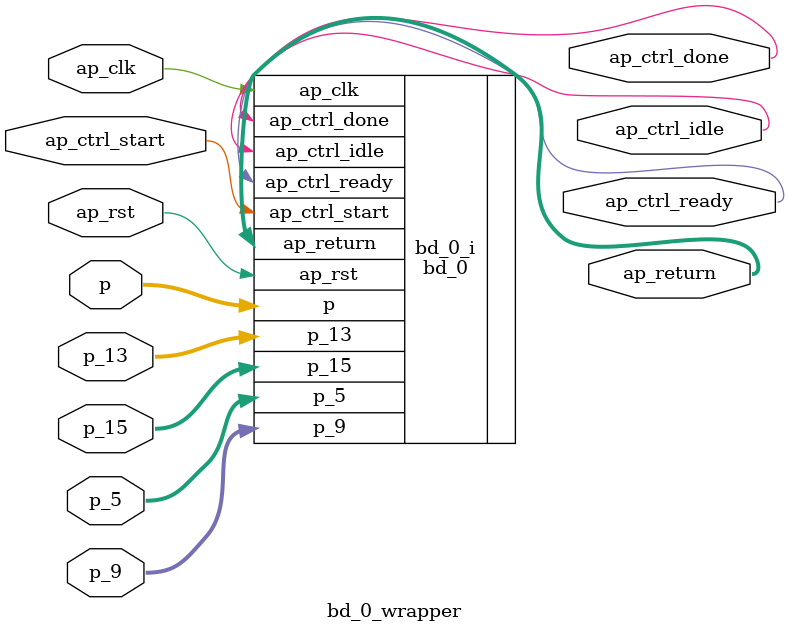
<source format=v>
`timescale 1 ps / 1 ps

module bd_0_wrapper
   (ap_clk,
    ap_ctrl_done,
    ap_ctrl_idle,
    ap_ctrl_ready,
    ap_ctrl_start,
    ap_return,
    ap_rst,
    p,
    p_13,
    p_15,
    p_5,
    p_9);
  input ap_clk;
  output ap_ctrl_done;
  output ap_ctrl_idle;
  output ap_ctrl_ready;
  input ap_ctrl_start;
  output [31:0]ap_return;
  input ap_rst;
  input [15:0]p;
  input [63:0]p_13;
  input [15:0]p_15;
  input [15:0]p_5;
  input [7:0]p_9;

  wire ap_clk;
  wire ap_ctrl_done;
  wire ap_ctrl_idle;
  wire ap_ctrl_ready;
  wire ap_ctrl_start;
  wire [31:0]ap_return;
  wire ap_rst;
  wire [15:0]p;
  wire [63:0]p_13;
  wire [15:0]p_15;
  wire [15:0]p_5;
  wire [7:0]p_9;

  bd_0 bd_0_i
       (.ap_clk(ap_clk),
        .ap_ctrl_done(ap_ctrl_done),
        .ap_ctrl_idle(ap_ctrl_idle),
        .ap_ctrl_ready(ap_ctrl_ready),
        .ap_ctrl_start(ap_ctrl_start),
        .ap_return(ap_return),
        .ap_rst(ap_rst),
        .p(p),
        .p_13(p_13),
        .p_15(p_15),
        .p_5(p_5),
        .p_9(p_9));
endmodule

</source>
